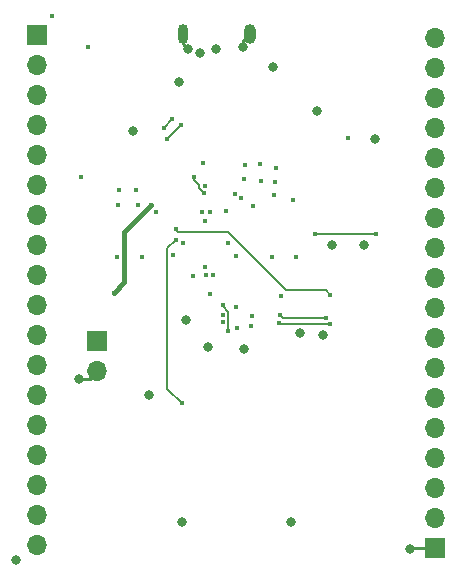
<source format=gbl>
G04 #@! TF.GenerationSoftware,KiCad,Pcbnew,7.0.5-4d25ed1034~172~ubuntu22.04.1*
G04 #@! TF.CreationDate,2023-07-05T09:01:55+07:00*
G04 #@! TF.ProjectId,TMPboardM,544d5062-6f61-4726-944d-2e6b69636164,rev?*
G04 #@! TF.SameCoordinates,Original*
G04 #@! TF.FileFunction,Copper,L4,Bot*
G04 #@! TF.FilePolarity,Positive*
%FSLAX46Y46*%
G04 Gerber Fmt 4.6, Leading zero omitted, Abs format (unit mm)*
G04 Created by KiCad (PCBNEW 7.0.5-4d25ed1034~172~ubuntu22.04.1) date 2023-07-05 09:01:55*
%MOMM*%
%LPD*%
G01*
G04 APERTURE LIST*
G04 #@! TA.AperFunction,ComponentPad*
%ADD10R,1.700000X1.700000*%
G04 #@! TD*
G04 #@! TA.AperFunction,ComponentPad*
%ADD11O,1.700000X1.700000*%
G04 #@! TD*
G04 #@! TA.AperFunction,ComponentPad*
%ADD12O,1.000000X1.700000*%
G04 #@! TD*
G04 #@! TA.AperFunction,ComponentPad*
%ADD13O,0.850000X1.700000*%
G04 #@! TD*
G04 #@! TA.AperFunction,ViaPad*
%ADD14C,0.400000*%
G04 #@! TD*
G04 #@! TA.AperFunction,ViaPad*
%ADD15C,0.800000*%
G04 #@! TD*
G04 #@! TA.AperFunction,Conductor*
%ADD16C,0.250000*%
G04 #@! TD*
G04 #@! TA.AperFunction,Conductor*
%ADD17C,0.200000*%
G04 #@! TD*
G04 #@! TA.AperFunction,Conductor*
%ADD18C,0.400000*%
G04 #@! TD*
G04 APERTURE END LIST*
D10*
X73455000Y-53515000D03*
D11*
X73455000Y-56055000D03*
X73455000Y-58595000D03*
X73455000Y-61135000D03*
X73455000Y-63675000D03*
X73455000Y-66215000D03*
X73455000Y-68755000D03*
X73455000Y-71295000D03*
X73455000Y-73835000D03*
X73455000Y-76375000D03*
X73455000Y-78915000D03*
X73455000Y-81455000D03*
X73455000Y-83995000D03*
X73455000Y-86535000D03*
X73455000Y-89075000D03*
X73455000Y-91615000D03*
X73455000Y-94155000D03*
X73455000Y-96695000D03*
D10*
X78595000Y-79490000D03*
D11*
X78595000Y-82030000D03*
D12*
X91485000Y-53432500D03*
D13*
X85835000Y-53432500D03*
D10*
X107185000Y-96965000D03*
D11*
X107185000Y-94425000D03*
X107185000Y-91885000D03*
X107185000Y-89345000D03*
X107185000Y-86805000D03*
X107185000Y-84265000D03*
X107185000Y-81725000D03*
X107185000Y-79185000D03*
X107185000Y-76645000D03*
X107185000Y-74105000D03*
X107185000Y-71565000D03*
X107185000Y-69025000D03*
X107185000Y-66485000D03*
X107185000Y-63945000D03*
X107185000Y-61405000D03*
X107185000Y-58865000D03*
X107185000Y-56325000D03*
X107185000Y-53785000D03*
D14*
X77216000Y-65532000D03*
X90250000Y-66990000D03*
D15*
X98500000Y-71350000D03*
D14*
X93420000Y-72360000D03*
X77800000Y-54550000D03*
X74720000Y-51970000D03*
X94130000Y-75680000D03*
X85000000Y-72140000D03*
X93560000Y-67070000D03*
X90350000Y-72240000D03*
X82400000Y-72319500D03*
X81830000Y-66650000D03*
X90750000Y-67350000D03*
X92470000Y-65940000D03*
X83566000Y-68520500D03*
X82070000Y-67950000D03*
X93600000Y-65990000D03*
D15*
X101200000Y-71310000D03*
D14*
X91719800Y-77320200D03*
X87789338Y-73895993D03*
X89189253Y-77215855D03*
X99822000Y-62230000D03*
X87720000Y-66320000D03*
X91730000Y-68040000D03*
X88090000Y-68520000D03*
D15*
X71670000Y-97960000D03*
X86080000Y-77680000D03*
X95780000Y-78740000D03*
X85490000Y-57550000D03*
X82960000Y-84030000D03*
D14*
X93726000Y-64770000D03*
X89189500Y-77870000D03*
D15*
X85740000Y-94800000D03*
D14*
X80410000Y-66670000D03*
D15*
X87250703Y-55039115D03*
D14*
X85820000Y-71170000D03*
D15*
X97690000Y-78960000D03*
D14*
X87510000Y-64390000D03*
D15*
X81570000Y-61670000D03*
D14*
X95120000Y-67550000D03*
D15*
X97170000Y-59980000D03*
D14*
X95400000Y-72380000D03*
D15*
X105040000Y-97110000D03*
X88660000Y-54760000D03*
D14*
X91105000Y-64565000D03*
D15*
X90970000Y-80130000D03*
D14*
X87700000Y-73200000D03*
X80310000Y-67930000D03*
D15*
X93440000Y-56300000D03*
X77010000Y-82650000D03*
D14*
X87710000Y-69280000D03*
X89680000Y-71150000D03*
D15*
X102130000Y-62390000D03*
D14*
X90380000Y-78337500D03*
D15*
X86300000Y-54740000D03*
X95000000Y-94800000D03*
X90960000Y-54600000D03*
X87920000Y-80000000D03*
D14*
X91577500Y-78202500D03*
X80290000Y-72319500D03*
X92390000Y-64490000D03*
X86689922Y-73988050D03*
X91040000Y-65710000D03*
X87589500Y-66904993D03*
X89490128Y-68451889D03*
X86793200Y-65536800D03*
X88129116Y-75452782D03*
X90360000Y-76560000D03*
X88388599Y-73878963D03*
X87443241Y-68543398D03*
X98320000Y-75555000D03*
X85230000Y-69990000D03*
X85210000Y-70870000D03*
X85730000Y-84730000D03*
X89690963Y-78599170D03*
X89189012Y-76400954D03*
X93990000Y-77960000D03*
X98285906Y-77993921D03*
X97950000Y-77490000D03*
X94080000Y-77270000D03*
X102220000Y-70420000D03*
X96990000Y-70420000D03*
X83120000Y-67960000D03*
X79970000Y-75370000D03*
X84928200Y-60681800D03*
X84223957Y-61393957D03*
X85640000Y-61170000D03*
X84460686Y-62360686D03*
D16*
X85835000Y-53432500D02*
X85835000Y-54275000D01*
X90960000Y-54600000D02*
X90960000Y-53957500D01*
X90960000Y-53957500D02*
X91485000Y-53432500D01*
X107185000Y-96965000D02*
X105185000Y-96965000D01*
X77975000Y-82650000D02*
X78595000Y-82030000D01*
X77010000Y-82650000D02*
X77975000Y-82650000D01*
X85835000Y-54275000D02*
X86300000Y-54740000D01*
X105185000Y-96965000D02*
X105040000Y-97110000D01*
D17*
X86793200Y-65803200D02*
X87220000Y-66230000D01*
X87220000Y-66230000D02*
X87220000Y-66535493D01*
X86793200Y-65536800D02*
X86793200Y-65803200D01*
X87220000Y-66535493D02*
X87589500Y-66904993D01*
X94590000Y-75160000D02*
X97925000Y-75160000D01*
X97925000Y-75160000D02*
X98320000Y-75555000D01*
X89630000Y-70200000D02*
X94590000Y-75160000D01*
X85230000Y-69990000D02*
X85440000Y-70200000D01*
X85440000Y-70200000D02*
X89630000Y-70200000D01*
X84500000Y-83500000D02*
X84500000Y-71580000D01*
X84500000Y-71580000D02*
X85210000Y-70870000D01*
X85730000Y-84730000D02*
X84500000Y-83500000D01*
X89189012Y-76508507D02*
X89189012Y-76400954D01*
X89689253Y-77569253D02*
X89689253Y-77008748D01*
X89690963Y-78599170D02*
X89690963Y-77570963D01*
X89690963Y-77570963D02*
X89689253Y-77569253D01*
X89689253Y-77008748D02*
X89189012Y-76508507D01*
X94030000Y-78000000D02*
X93990000Y-77960000D01*
X98279827Y-78000000D02*
X94030000Y-78000000D01*
X98285906Y-77993921D02*
X98279827Y-78000000D01*
X94300000Y-77490000D02*
X94080000Y-77270000D01*
X97950000Y-77490000D02*
X94300000Y-77490000D01*
X96990000Y-70420000D02*
X102220000Y-70420000D01*
D18*
X80890000Y-74450000D02*
X80890000Y-70190000D01*
X80890000Y-70190000D02*
X83120000Y-67960000D01*
X79970000Y-75370000D02*
X80890000Y-74450000D01*
D17*
X84223957Y-61393957D02*
X84223957Y-61386043D01*
X84223957Y-61386043D02*
X84928200Y-60681800D01*
X85680000Y-61170000D02*
X85640000Y-61170000D01*
X84460686Y-62360686D02*
X84489314Y-62360686D01*
X84489314Y-62360686D02*
X85680000Y-61170000D01*
M02*

</source>
